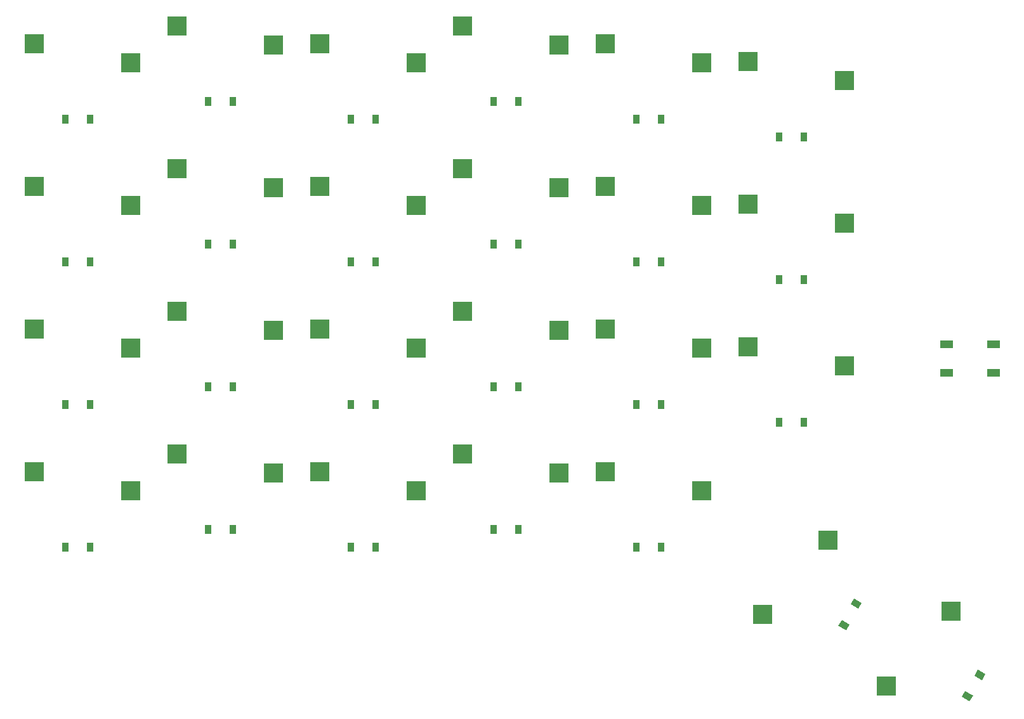
<source format=gtp>
%TF.GenerationSoftware,KiCad,Pcbnew,(5.1.9)-1*%
%TF.CreationDate,2021-08-27T08:52:58-07:00*%
%TF.ProjectId,small,736d616c-6c2e-46b6-9963-61645f706362,VERSION_HERE*%
%TF.SameCoordinates,Original*%
%TF.FileFunction,Paste,Top*%
%TF.FilePolarity,Positive*%
%FSLAX46Y46*%
G04 Gerber Fmt 4.6, Leading zero omitted, Abs format (unit mm)*
G04 Created by KiCad (PCBNEW (5.1.9)-1) date 2021-08-27 08:52:58*
%MOMM*%
%LPD*%
G01*
G04 APERTURE LIST*
%ADD10R,1.700000X1.000000*%
%ADD11R,0.900000X1.200000*%
%ADD12C,0.100000*%
%ADD13R,2.550000X2.500000*%
G04 APERTURE END LIST*
D10*
%TO.C,REF\u002A\u002A*%
X272232380Y-141203710D03*
X265932380Y-141203710D03*
X272232380Y-137403710D03*
X265932380Y-137403710D03*
%TD*%
D11*
%TO.C,D7*%
X151669340Y-107394130D03*
X148369340Y-107394130D03*
%TD*%
%TO.C,D1*%
X151669340Y-164544130D03*
X148369340Y-164544130D03*
%TD*%
%TO.C,D3*%
X151669340Y-145494130D03*
X148369340Y-145494130D03*
%TD*%
%TO.C,D5*%
X151669340Y-126444130D03*
X148369340Y-126444130D03*
%TD*%
%TO.C,D9*%
X170719340Y-162162880D03*
X167419340Y-162162880D03*
%TD*%
%TO.C,D11*%
X170719340Y-143112880D03*
X167419340Y-143112880D03*
%TD*%
%TO.C,D13*%
X170719340Y-124062880D03*
X167419340Y-124062880D03*
%TD*%
%TO.C,D15*%
X170719340Y-105012880D03*
X167419340Y-105012880D03*
%TD*%
%TO.C,D17*%
X189769340Y-164544130D03*
X186469340Y-164544130D03*
%TD*%
%TO.C,D19*%
X189769340Y-145494130D03*
X186469340Y-145494130D03*
%TD*%
%TO.C,D21*%
X189769340Y-126444130D03*
X186469340Y-126444130D03*
%TD*%
%TO.C,D23*%
X189769340Y-107394130D03*
X186469340Y-107394130D03*
%TD*%
%TO.C,D25*%
X208819340Y-162162880D03*
X205519340Y-162162880D03*
%TD*%
%TO.C,D27*%
X208819340Y-143112880D03*
X205519340Y-143112880D03*
%TD*%
%TO.C,D29*%
X208819340Y-124062880D03*
X205519340Y-124062880D03*
%TD*%
%TO.C,D31*%
X208819340Y-105012880D03*
X205519340Y-105012880D03*
%TD*%
%TO.C,D33*%
X227869340Y-164544130D03*
X224569340Y-164544130D03*
%TD*%
%TO.C,D35*%
X227869340Y-145494130D03*
X224569340Y-145494130D03*
%TD*%
%TO.C,D37*%
X227869340Y-126444130D03*
X224569340Y-126444130D03*
%TD*%
%TO.C,D39*%
X227869340Y-107394130D03*
X224569340Y-107394130D03*
%TD*%
%TO.C,D41*%
X246919340Y-147875380D03*
X243619340Y-147875380D03*
%TD*%
%TO.C,D43*%
X246919340Y-128825380D03*
X243619340Y-128825380D03*
%TD*%
%TO.C,D45*%
X246919340Y-109775380D03*
X243619340Y-109775380D03*
%TD*%
D12*
%TO.C,D47*%
G36*
X270114028Y-180889639D02*
G01*
X271153258Y-181489639D01*
X270703258Y-182269061D01*
X269664028Y-181669061D01*
X270114028Y-180889639D01*
G37*
G36*
X268464028Y-183747523D02*
G01*
X269503258Y-184347523D01*
X269053258Y-185126945D01*
X268014028Y-184526945D01*
X268464028Y-183747523D01*
G37*
%TD*%
%TO.C,D49*%
G36*
X253616244Y-171364639D02*
G01*
X254655474Y-171964639D01*
X254205474Y-172744061D01*
X253166244Y-172144061D01*
X253616244Y-171364639D01*
G37*
G36*
X251966244Y-174222523D02*
G01*
X253005474Y-174822523D01*
X252555474Y-175601945D01*
X251516244Y-175001945D01*
X251966244Y-174222523D01*
G37*
%TD*%
D13*
%TO.C,S1*%
X157104340Y-157004130D03*
X144177340Y-154464130D03*
%TD*%
%TO.C,S2*%
X157104340Y-137954130D03*
X144177340Y-135414130D03*
%TD*%
%TO.C,S3*%
X157104340Y-118904130D03*
X144177340Y-116364130D03*
%TD*%
%TO.C,S4*%
X157104340Y-99854130D03*
X144177340Y-97314130D03*
%TD*%
%TO.C,S5*%
X176154340Y-154622880D03*
X163227340Y-152082880D03*
%TD*%
%TO.C,S6*%
X176154340Y-135572880D03*
X163227340Y-133032880D03*
%TD*%
%TO.C,S7*%
X176154340Y-116523000D03*
X163227340Y-113983000D03*
%TD*%
%TO.C,S8*%
X176154340Y-97472880D03*
X163227340Y-94932880D03*
%TD*%
%TO.C,S9*%
X195204340Y-157004130D03*
X182277340Y-154464130D03*
%TD*%
%TO.C,S10*%
X195204340Y-137954130D03*
X182277340Y-135414130D03*
%TD*%
%TO.C,S11*%
X195204340Y-118904130D03*
X182277340Y-116364130D03*
%TD*%
%TO.C,S12*%
X195204340Y-99854130D03*
X182277340Y-97314130D03*
%TD*%
%TO.C,S13*%
X214254340Y-154622880D03*
X201327340Y-152082880D03*
%TD*%
%TO.C,S14*%
X214254340Y-135572880D03*
X201327340Y-133032880D03*
%TD*%
%TO.C,S15*%
X214254340Y-116522880D03*
X201327340Y-113982880D03*
%TD*%
%TO.C,S16*%
X214254340Y-97472880D03*
X201327340Y-94932880D03*
%TD*%
%TO.C,S17*%
X233304340Y-157004130D03*
X220377340Y-154464130D03*
%TD*%
%TO.C,S18*%
X233304340Y-137954130D03*
X220377340Y-135414130D03*
%TD*%
%TO.C,S19*%
X233304340Y-118904130D03*
X220377340Y-116364130D03*
%TD*%
%TO.C,S20*%
X233304340Y-99854130D03*
X220377340Y-97314130D03*
%TD*%
%TO.C,S21*%
X252354340Y-140335380D03*
X239427340Y-137795380D03*
%TD*%
%TO.C,S22*%
X252354340Y-121285380D03*
X239427340Y-118745380D03*
%TD*%
%TO.C,S23*%
X252354340Y-102235380D03*
X239427340Y-99695380D03*
%TD*%
%TO.C,S24*%
X266596311Y-173102502D03*
X257933107Y-183027612D03*
%TD*%
%TO.C,S25*%
X250098527Y-163577502D03*
X241435323Y-173502612D03*
%TD*%
M02*

</source>
